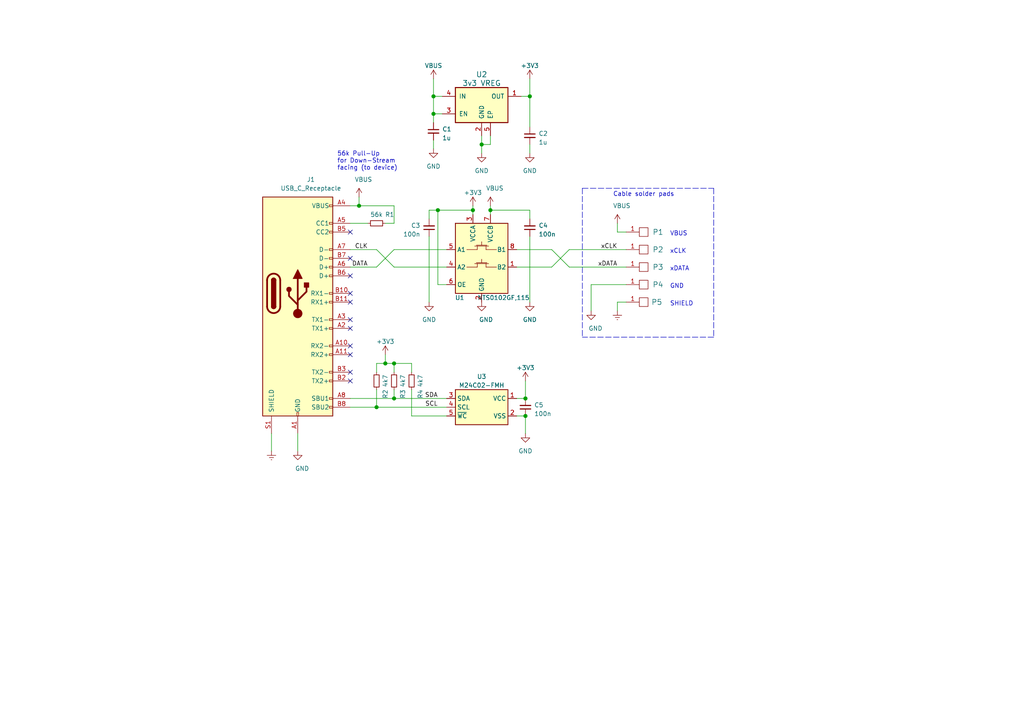
<source format=kicad_sch>
(kicad_sch (version 20230121) (generator eeschema)
  (paper "A4")
  (title_block (title "USB-C LevelShifter Paddle Card") (rev "R1") (company "1BitSquared") (comment 1 "(C) 2021 1BitSquared <info@1bitsquared.com>") (comment 2 "(C) 2021 Piotr Esden-Tempski <piotr@esden.net>") (comment 3 "License: CC-BY-SA 4.0"))
  (lib_symbols
    (symbol "Connector:USB_C_Receptacle" (pin_names (offset 1.016))
      (property "Reference" "J" (at -10.16 29.21 0))
      (property "Value" "USB_C_Receptacle" (at 10.16 29.21 0))
      (symbol "USB_C_Receptacle_0_0"
        (rectangle (start -0.254 -35.56) (end 0.254 -34.544))
        (rectangle (start 10.16 -32.766) (end 9.144 -33.274))
        (rectangle (start 10.16 -30.226) (end 9.144 -30.734))
        (rectangle (start 10.16 -25.146) (end 9.144 -25.654))
        (rectangle (start 10.16 -22.606) (end 9.144 -23.114))
        (rectangle (start 10.16 -17.526) (end 9.144 -18.034))
        (rectangle (start 10.16 -14.986) (end 9.144 -15.494))
        (rectangle (start 10.16 -9.906) (end 9.144 -10.414))
        (rectangle (start 10.16 -7.366) (end 9.144 -7.874))
        (rectangle (start 10.16 -2.286) (end 9.144 -2.794))
        (rectangle (start 10.16 0.254) (end 9.144 -0.254))
        (rectangle (start 10.16 5.334) (end 9.144 4.826))
        (rectangle (start 10.16 7.874) (end 9.144 7.366))
        (rectangle (start 10.16 10.414) (end 9.144 9.906))
        (rectangle (start 10.16 12.954) (end 9.144 12.446))
        (rectangle (start 10.16 18.034) (end 9.144 17.526))
        (rectangle (start 10.16 20.574) (end 9.144 20.066))
        (rectangle (start 10.16 25.654) (end 9.144 25.146))
      )
      (symbol "USB_C_Receptacle_0_1"
        (rectangle (start -10.16 27.94) (end 10.16 -35.56) (stroke (width 0.254)) (fill (type background)))
        (arc (start -8.89 -3.81) (mid -6.985 -5.7067) (end -5.08 -3.81) (stroke (width 0.508)))
        (arc (start -7.62 -3.81) (mid -6.985 -4.4423) (end -6.35 -3.81) (stroke (width 0.254)))
        (arc (start -7.62 -3.81) (mid -6.985 -4.4423) (end -6.35 -3.81) (stroke (width 0.254)) (fill (type outline)))
        (rectangle (start -7.62 -3.81) (end -6.35 3.81) (stroke (width 0.254)) (fill (type outline)))
        (arc (start -6.35 3.81) (mid -6.985 4.4423) (end -7.62 3.81) (stroke (width 0.254)))
        (arc (start -6.35 3.81) (mid -6.985 4.4423) (end -7.62 3.81) (stroke (width 0.254)) (fill (type outline)))
        (arc (start -5.08 3.81) (mid -6.985 5.7067) (end -8.89 3.81) (stroke (width 0.508)))
        (polyline (pts (xy -8.89 -3.81) (xy -8.89 3.81)) (stroke (width 0.508)))
        (polyline (pts (xy -5.08 3.81) (xy -5.08 -3.81)) (stroke (width 0.508)))
      )
      (symbol "USB_C_Receptacle_1_1"
        (circle (center -2.54 1.143) (radius 0.635) (stroke (width 0.254)) (fill (type outline)))
        (circle (center 0 -5.842) (radius 1.27) (fill (type outline)))
        (polyline (pts (xy 0 -5.842) (xy 0 4.318)) (stroke (width 0.508)))
        (polyline (pts (xy 0 -3.302) (xy -2.54 -0.762) (xy -2.54 0.508)) (stroke (width 0.508)))
        (polyline (pts (xy 0 -2.032) (xy 2.54 0.508) (xy 2.54 1.778)) (stroke (width 0.508)))
        (polyline (pts (xy -1.27 4.318) (xy 0 6.858) (xy 1.27 4.318) (xy -1.27 4.318)) (stroke (width 0.254)) (fill (type outline)))
        (rectangle (start 1.905 1.778) (end 3.175 3.048) (stroke (width 0.254)) (fill (type outline)))
        (pin passive line (at 0 -40.64 90) (length 5.08) (name "GND") (number "A1"))
        (pin bidirectional line (at 15.24 -15.24 180) (length 5.08) (name "RX2-") (number "A10"))
        (pin bidirectional line (at 15.24 -17.78 180) (length 5.08) (name "RX2+") (number "A11"))
        (pin passive line (at 0 -40.64 90) (length 5.08) hide (name "GND") (number "A12"))
        (pin bidirectional line (at 15.24 -10.16 180) (length 5.08) (name "TX1+") (number "A2"))
        (pin bidirectional line (at 15.24 -7.62 180) (length 5.08) (name "TX1-") (number "A3"))
        (pin passive line (at 15.24 25.4 180) (length 5.08) (name "VBUS") (number "A4"))
        (pin bidirectional line (at 15.24 20.32 180) (length 5.08) (name "CC1") (number "A5"))
        (pin bidirectional line (at 15.24 7.62 180) (length 5.08) (name "D+") (number "A6"))
        (pin bidirectional line (at 15.24 12.7 180) (length 5.08) (name "D-") (number "A7"))
        (pin bidirectional line (at 15.24 -30.48 180) (length 5.08) (name "SBU1") (number "A8"))
        (pin passive line (at 15.24 25.4 180) (length 5.08) hide (name "VBUS") (number "A9"))
        (pin passive line (at 0 -40.64 90) (length 5.08) hide (name "GND") (number "B1"))
        (pin bidirectional line (at 15.24 0 180) (length 5.08) (name "RX1-") (number "B10"))
        (pin bidirectional line (at 15.24 -2.54 180) (length 5.08) (name "RX1+") (number "B11"))
        (pin passive line (at 0 -40.64 90) (length 5.08) hide (name "GND") (number "B12"))
        (pin bidirectional line (at 15.24 -25.4 180) (length 5.08) (name "TX2+") (number "B2"))
        (pin bidirectional line (at 15.24 -22.86 180) (length 5.08) (name "TX2-") (number "B3"))
        (pin passive line (at 15.24 25.4 180) (length 5.08) hide (name "VBUS") (number "B4"))
        (pin bidirectional line (at 15.24 17.78 180) (length 5.08) (name "CC2") (number "B5"))
        (pin bidirectional line (at 15.24 5.08 180) (length 5.08) (name "D+") (number "B6"))
        (pin bidirectional line (at 15.24 10.16 180) (length 5.08) (name "D-") (number "B7"))
        (pin bidirectional line (at 15.24 -33.02 180) (length 5.08) (name "SBU2") (number "B8"))
        (pin passive line (at 15.24 25.4 180) (length 5.08) hide (name "VBUS") (number "B9"))
        (pin passive line (at -7.62 -40.64 90) (length 5.08) (name "SHIELD") (number "S1"))
      )
    )
    (symbol "Logic_LevelTranslator:TXS0102DCU"
      (property "Reference" "U" (at -6.35 11.43 0))
      (property "Value" "TXS0102DCU" (at 3.81 11.43 0))
      (symbol "TXS0102DCU_0_1"
        (rectangle (start -7.62 10.16) (end 7.62 -10.16) (stroke (width 0.254)) (fill (type background)))
        (polyline (pts (xy -4.318 -2.54) (xy -1.27 -2.54)))
        (polyline (pts (xy -2.032 -1.524) (xy 2.032 -1.524)))
        (polyline (pts (xy -1.524 -1.27) (xy 1.524 -1.27)))
        (polyline (pts (xy -1.27 -2.54) (xy -1.27 -1.524)))
        (polyline (pts (xy 0 -1.27) (xy 0 -0.254)))
        (polyline (pts (xy 1.27 -2.54) (xy 1.27 -1.524)))
        (polyline (pts (xy 4.318 -2.54) (xy 1.27 -2.54)))
      )
      (symbol "TXS0102DCU_1_1"
        (polyline (pts (xy -4.318 2.54) (xy -1.27 2.54)))
        (polyline (pts (xy -2.032 3.556) (xy 2.032 3.556)))
        (polyline (pts (xy -1.524 3.81) (xy 1.524 3.81)))
        (polyline (pts (xy -1.27 2.54) (xy -1.27 3.556)))
        (polyline (pts (xy 0 3.81) (xy 0 4.826)))
        (polyline (pts (xy 1.27 2.54) (xy 1.27 3.556)))
        (polyline (pts (xy 4.318 2.54) (xy 1.27 2.54)))
        (pin bidirectional line (at 10.16 -2.54 180) (length 2.54) (name "B2") (number "1"))
        (pin power_in line (at 0 -12.7 90) (length 2.54) (name "GND") (number "2"))
        (pin power_in line (at -2.54 12.7 270) (length 2.54) (name "VCCA") (number "3"))
        (pin bidirectional line (at -10.16 -2.54 0) (length 2.54) (name "A2") (number "4"))
        (pin bidirectional line (at -10.16 2.54 0) (length 2.54) (name "A1") (number "5"))
        (pin input line (at -10.16 -7.62 0) (length 2.54) (name "OE") (number "6"))
        (pin power_in line (at 2.54 12.7 270) (length 2.54) (name "VCCB") (number "7"))
        (pin bidirectional line (at 10.16 2.54 180) (length 2.54) (name "B1") (number "8"))
      )
    )
    (symbol "pkl_device:NCP167" (pin_names (offset 1.016))
      (property "Reference" "U" (at 0 11.43 0))
      (property "Value" "NCP167" (at 0 8.89 0))
      (symbol "NCP167_0_1"
        (rectangle (start -7.62 5.08) (end 7.62 -5.08) (stroke (width 0.3048)) (fill (type background)))
      )
      (symbol "NCP167_1_1"
        (pin power_out line (at 11.43 2.54 180) (length 3.81) (name "OUT") (number "1"))
        (pin power_in line (at 0 -8.89 90) (length 3.81) (name "GND") (number "2"))
        (pin input line (at -11.43 -2.54 0) (length 3.81) (name "EN") (number "3"))
        (pin power_in line (at -11.43 2.54 0) (length 3.81) (name "IN") (number "4"))
        (pin power_in line (at 2.54 -8.89 90) (length 3.81) (name "EP") (number "5"))
      )
    )
    (symbol "pkl_device:pkl_C_Small" (pin_numbers hide) (pin_names (offset 0.254) hide)
      (property "Reference" "C" (at 0.254 1.778 0))
      (property "Value" "pkl_C_Small" (at 0.254 -2.032 0))
      (symbol "pkl_C_Small_0_1"
        (polyline (pts (xy -1.524 -0.508) (xy 1.524 -0.508)) (stroke (width 0.3302)))
        (polyline (pts (xy -1.524 0.508) (xy 1.524 0.508)) (stroke (width 0.3048)))
      )
      (symbol "pkl_C_Small_1_1"
        (pin passive line (at 0 2.54 270) (length 1.905) (name "~") (number "1"))
        (pin passive line (at 0 -2.54 90) (length 2.032) (name "~") (number "2"))
      )
    )
    (symbol "pkl_device:pkl_R_Small" (pin_numbers hide) (pin_names (offset 0.254) hide)
      (property "Reference" "R" (at 0.762 0.508 0))
      (property "Value" "pkl_R_Small" (at 0.762 -1.016 0))
      (symbol "pkl_R_Small_0_1"
        (rectangle (start -0.762 1.778) (end 0.762 -1.778) (stroke (width 0.2032)))
      )
      (symbol "pkl_R_Small_1_1"
        (pin passive line (at 0 2.54 270) (length 0.762) (name "~") (number "1"))
        (pin passive line (at 0 -2.54 90) (length 0.762) (name "~") (number "2"))
      )
    )
    (symbol "pkl_memory:M24C02-FMH"
      (property "Reference" "U" (at -6.35 6.35 0))
      (property "Value" "M24C02-FMH" (at 7.62 6.35 0))
      (symbol "M24C02-FMH_0_1"
        (rectangle (start -7.62 5.08) (end 7.62 -5.08) (stroke (width 0.254)) (fill (type background)))
      )
      (symbol "M24C02-FMH_1_1"
        (pin power_in line (at -10.16 2.54 0) (length 2.54) (name "VCC") (number "1"))
        (pin power_in line (at -10.16 -2.54 0) (length 2.54) (name "VSS") (number "2"))
        (pin bidirectional line (at 10.16 2.54 180) (length 2.54) (name "SDA") (number "3"))
        (pin input line (at 10.16 0 180) (length 2.54) (name "SCL") (number "4"))
        (pin input line (at 10.16 -2.54 180) (length 2.54) (name "~{WC}") (number "5"))
      )
    )
    (symbol "pkl_misc:PAD_SMD" (pin_names (offset 1.016) hide)
      (property "Reference" "P" (at 0 -3.81 0))
      (property "Value" "PAD_SMD" (at 0 3.81 0))
      (symbol "PAD_SMD_0_1"
        (rectangle (start -1.27 1.27) (end 1.27 -1.27))
      )
      (symbol "PAD_SMD_1_1"
        (pin input line (at -5.08 0 0) (length 3.81) (name "PAD") (number "1"))
      )
    )
    (symbol "power:+3V3" (power) (pin_names (offset 0))
      (property "Value" "+3V3" (at 0 3.556 0))
      (symbol "+3V3_0_1"
        (polyline (pts (xy -0.762 1.27) (xy 0 2.54)))
        (polyline (pts (xy 0 0) (xy 0 2.54)))
        (polyline (pts (xy 0 2.54) (xy 0.762 1.27)))
      )
      (symbol "+3V3_1_1"
        (pin power_in line (at 0 0 90) (length 0) hide (name "+3V3") (number "1"))
      )
    )
    (symbol "power:Earth" (power) (pin_names (offset 0))
      (symbol "Earth_0_1"
        (polyline (pts (xy -0.635 -1.905) (xy 0.635 -1.905)))
        (polyline (pts (xy -0.127 -2.54) (xy 0.127 -2.54)))
        (polyline (pts (xy 0 -1.27) (xy 0 0)))
        (polyline (pts (xy 1.27 -1.27) (xy -1.27 -1.27)))
      )
      (symbol "Earth_1_1"
        (pin power_in line (at 0 0 270) (length 0) hide (name "Earth") (number "1"))
      )
    )
    (symbol "power:GND" (power) (pin_names (offset 0))
      (property "Value" "GND" (at 0 -3.81 0))
      (symbol "GND_0_1"
        (polyline (pts (xy 0 0) (xy 0 -1.27) (xy 1.27 -1.27) (xy 0 -2.54) (xy -1.27 -1.27) (xy 0 -1.27)))
      )
      (symbol "GND_1_1"
        (pin power_in line (at 0 0 270) (length 0) hide (name "GND") (number "1"))
      )
    )
    (symbol "power:VBUS" (power) (pin_names (offset 0))
      (property "Value" "VBUS" (at 0 3.81 0))
      (symbol "VBUS_0_1"
        (polyline (pts (xy -0.762 1.27) (xy 0 2.54)))
        (polyline (pts (xy 0 0) (xy 0 2.54)))
        (polyline (pts (xy 0 2.54) (xy 0.762 1.27)))
      )
      (symbol "VBUS_1_1"
        (pin power_in line (at 0 0 90) (length 0) hide (name "VBUS") (number "1"))
      )
    )
  )
  (junction (at 139.7 41.91) (diameter 1.016))
  (junction (at 114.3 115.57) (diameter 1.016))
  (junction (at 153.67 27.94) (diameter 1.016))
  (junction (at 137.16 60.96) (diameter 1.016))
  (junction (at 125.73 27.94) (diameter 1.016))
  (junction (at 104.14 59.69) (diameter 1.016))
  (junction (at 109.22 118.11) (diameter 1.016))
  (junction (at 114.3 105.41) (diameter 1.016))
  (junction (at 125.73 33.02) (diameter 1.016))
  (junction (at 152.4 115.57) (diameter 1.016))
  (junction (at 152.4 120.65) (diameter 1.016))
  (junction (at 127 60.96) (diameter 1.016))
  (junction (at 142.24 60.96) (diameter 1.016))
  (junction (at 111.76 105.41) (diameter 1.016))
  (no_connect (at 101.6 107.95))
  (no_connect (at 101.6 110.49))
  (no_connect (at 101.6 102.87))
  (no_connect (at 101.6 100.33))
  (no_connect (at 101.6 92.71))
  (no_connect (at 101.6 74.93))
  (no_connect (at 101.6 87.63))
  (no_connect (at 101.6 95.25))
  (no_connect (at 101.6 67.31))
  (no_connect (at 101.6 80.01))
  (no_connect (at 101.6 85.09))
  (wire (pts (xy 171.45 82.55) (xy 171.45 90.17)))
  (wire (pts (xy 125.73 33.02) (xy 125.73 27.94)))
  (wire (pts (xy 128.27 33.02) (xy 125.73 33.02)))
  (wire (pts (xy 149.86 77.47) (xy 160.02 77.47)))
  (wire (pts (xy 160.02 77.47) (xy 165.1 72.39)))
  (wire (pts (xy 165.1 72.39) (xy 181.61 72.39)))
  (wire (pts (xy 124.46 68.58) (xy 124.46 87.63)))
  (wire (pts (xy 109.22 105.41) (xy 109.22 107.95)))
  (wire (pts (xy 125.73 33.02) (xy 125.73 35.56)))
  (wire (pts (xy 171.45 82.55) (xy 181.61 82.55)))
  (wire (pts (xy 78.74 130.81) (xy 78.74 125.73)))
  (wire (pts (xy 119.38 105.41) (xy 114.3 105.41)))
  (wire (pts (xy 119.38 107.95) (xy 119.38 105.41)))
  (wire (pts (xy 101.6 64.77) (xy 106.68 64.77)))
  (wire (pts (xy 179.07 87.63) (xy 181.61 87.63)))
  (wire (pts (xy 153.67 41.91) (xy 153.67 44.45)))
  (wire (pts (xy 151.13 27.94) (xy 153.67 27.94)))
  (wire (pts (xy 153.67 22.86) (xy 153.67 27.94)))
  (polyline (pts (xy 168.91 54.61) (xy 207.01 54.61)) (stroke (width 0) (type dash)))
  (wire (pts (xy 137.16 59.69) (xy 137.16 60.96)))
  (wire (pts (xy 137.16 60.96) (xy 137.16 62.23)))
  (wire (pts (xy 125.73 22.86) (xy 125.73 27.94)))
  (wire (pts (xy 128.27 27.94) (xy 125.73 27.94)))
  (wire (pts (xy 101.6 77.47) (xy 109.22 77.47)))
  (wire (pts (xy 109.22 77.47) (xy 114.3 72.39)))
  (wire (pts (xy 114.3 72.39) (xy 129.54 72.39)))
  (wire (pts (xy 114.3 64.77) (xy 114.3 59.69)))
  (wire (pts (xy 111.76 102.87) (xy 111.76 105.41)))
  (wire (pts (xy 101.6 72.39) (xy 109.22 72.39)))
  (wire (pts (xy 109.22 72.39) (xy 114.3 77.47)))
  (wire (pts (xy 114.3 77.47) (xy 129.54 77.47)))
  (wire (pts (xy 153.67 60.96) (xy 142.24 60.96)))
  (wire (pts (xy 153.67 63.5) (xy 153.67 60.96)))
  (polyline (pts (xy 207.01 97.79) (xy 168.91 97.79)) (stroke (width 0) (type dash)))
  (wire (pts (xy 179.07 87.63) (xy 179.07 90.17)))
  (wire (pts (xy 139.7 39.37) (xy 139.7 41.91)))
  (wire (pts (xy 142.24 39.37) (xy 142.24 41.91)))
  (wire (pts (xy 142.24 41.91) (xy 139.7 41.91)))
  (wire (pts (xy 153.67 68.58) (xy 153.67 87.63)))
  (wire (pts (xy 153.67 27.94) (xy 153.67 36.83)))
  (wire (pts (xy 101.6 59.69) (xy 104.14 59.69)))
  (wire (pts (xy 179.07 67.31) (xy 179.07 64.77)))
  (wire (pts (xy 86.36 125.73) (xy 86.36 130.81)))
  (wire (pts (xy 114.3 113.03) (xy 114.3 115.57)))
  (polyline (pts (xy 168.91 54.61) (xy 168.91 97.79)) (stroke (width 0) (type dash)))
  (wire (pts (xy 124.46 60.96) (xy 127 60.96)))
  (wire (pts (xy 124.46 63.5) (xy 124.46 60.96)))
  (wire (pts (xy 142.24 59.69) (xy 142.24 60.96)))
  (wire (pts (xy 142.24 60.96) (xy 142.24 62.23)))
  (wire (pts (xy 119.38 113.03) (xy 119.38 120.65)))
  (wire (pts (xy 119.38 120.65) (xy 129.54 120.65)))
  (wire (pts (xy 149.86 120.65) (xy 152.4 120.65)))
  (wire (pts (xy 152.4 120.65) (xy 152.4 125.73)))
  (wire (pts (xy 139.7 41.91) (xy 139.7 44.45)))
  (wire (pts (xy 125.73 40.64) (xy 125.73 43.18)))
  (wire (pts (xy 109.22 105.41) (xy 111.76 105.41)))
  (wire (pts (xy 111.76 105.41) (xy 114.3 105.41)))
  (wire (pts (xy 114.3 107.95) (xy 114.3 105.41)))
  (wire (pts (xy 104.14 59.69) (xy 114.3 59.69)))
  (wire (pts (xy 181.61 67.31) (xy 179.07 67.31)))
  (wire (pts (xy 101.6 115.57) (xy 114.3 115.57)))
  (wire (pts (xy 114.3 115.57) (xy 129.54 115.57)))
  (wire (pts (xy 149.86 115.57) (xy 152.4 115.57)))
  (wire (pts (xy 152.4 110.49) (xy 152.4 115.57)))
  (polyline (pts (xy 207.01 54.61) (xy 207.01 97.79)) (stroke (width 0) (type dash)))
  (wire (pts (xy 111.76 64.77) (xy 114.3 64.77)))
  (wire (pts (xy 149.86 72.39) (xy 160.02 72.39)))
  (wire (pts (xy 160.02 72.39) (xy 165.1 77.47)))
  (wire (pts (xy 165.1 77.47) (xy 181.61 77.47)))
  (wire (pts (xy 127 60.96) (xy 137.16 60.96)))
  (wire (pts (xy 127 82.55) (xy 127 60.96)))
  (wire (pts (xy 129.54 82.55) (xy 127 82.55)))
  (wire (pts (xy 109.22 113.03) (xy 109.22 118.11)))
  (wire (pts (xy 104.14 59.69) (xy 104.14 57.15)))
  (wire (pts (xy 101.6 118.11) (xy 109.22 118.11)))
  (wire (pts (xy 109.22 118.11) (xy 129.54 118.11)))
  (text "VBUS" (at 194.31 68.58 0) (effects (font (size 1.27 1.27)) (justify left bottom)))
  (text "xCLK" (at 194.31 73.66 0) (effects (font (size 1.27 1.27)) (justify left bottom)))
  (text "Cable solder pads" (at 177.8 57.15 0) (effects (font (size 1.27 1.27)) (justify left bottom)))
  (text "xDATA" (at 194.31 78.74 0) (effects (font (size 1.27 1.27)) (justify left bottom)))
  (text "SHIELD" (at 194.31 88.9 0) (effects (font (size 1.27 1.27)) (justify left bottom)))
  (text "56k Pull-Up\nfor Down-Stream \nfacing (to device)" (at 97.79 49.53 0) (effects (font (size 1.27 1.27)) (justify left bottom)))
  (text "GND" (at 194.31 83.82 0) (effects (font (size 1.27 1.27)) (justify left bottom)))
  (label "SCL" (at 127 118.11 180))
  (label "DATA" (at 106.68 77.47 180))
  (label "SDA" (at 127 115.57 180))
  (label "CLK" (at 106.68 72.39 180))
  (label "xDATA" (at 179.07 77.47 180))
  (label "xCLK" (at 179.07 72.39 180))
  (symbol (lib_id "power:GND") (at 86.36 130.81 0) (unit 1)
    (property "Reference" "#PWR0102" (effects hide))
    (property "Value" "GND" (at 87.63 135.89 0))
  )
  (symbol (lib_id "pkl_device:pkl_R_Small") (at 109.22 110.49 0) (unit 1)
    (property "Reference" "R2" (at 111.76 114.3 90))
    (property "Value" "4k7" (at 111.76 110.49 90))
    (property "Footprint" "pkl_dipol:R_0201" (effects hide))
  )
  (symbol (lib_id "pkl_device:pkl_C_Small") (at 152.4 118.11 180) (unit 1)
    (property "Reference" "C5" (at 154.94 117.4749 0) (effects (justify right)))
    (property "Value" "100n" (at 154.94 120.0149 0) (effects (justify right)))
    (property "Footprint" "pkl_dipol:C_0201" (effects hide))
  )
  (symbol (lib_id "pkl_misc:PAD_SMD") (at 186.69 82.55 0) (unit 1)
    (property "Reference" "P4" (at 189.23 82.55 0) (effects (font (size 1.524 1.524)) (justify left)))
    (property "Value" "PAD_SMD" (effects hide))
    (property "Footprint" "pkl_pads:PAD_SMD_1.2x2.5" (effects hide))
  )
  (symbol (lib_id "pkl_misc:PAD_SMD") (at 186.69 67.31 0) (unit 1)
    (property "Reference" "P1" (at 189.23 67.31 0) (effects (font (size 1.524 1.524)) (justify left)))
    (property "Value" "PAD_SMD" (effects hide))
    (property "Footprint" "pkl_pads:PAD_SMD_1.2x2.5" (effects hide))
  )
  (symbol (lib_id "pkl_device:pkl_R_Small") (at 109.22 64.77 90) (unit 1)
    (property "Reference" "R1" (at 113.03 62.23 90))
    (property "Value" "56k" (at 109.22 62.23 90))
    (property "Footprint" "pkl_dipol:R_0201" (effects hide))
  )
  (symbol (lib_id "power:Earth") (at 179.07 90.17 0) (unit 1)
    (property "Reference" "#PWR0105" (effects hide))
    (property "Value" "Earth" (effects hide))
  )
  (symbol (lib_id "power:VBUS") (at 179.07 64.77 0) (unit 1)
    (property "Reference" "#PWR0104" (effects hide))
    (property "Value" "VBUS" (at 180.34 59.69 0))
  )
  (symbol (lib_id "power:GND") (at 139.7 44.45 0) (unit 1)
    (property "Reference" "#PWR0113" (effects hide))
    (property "Value" "GND" (at 139.7 49.53 0))
  )
  (symbol (lib_id "pkl_memory:M24C02-FMH") (at 139.7 118.11 0) (mirror y) (unit 1)
    (property "Reference" "U3" (at 139.7 109.22 0))
    (property "Value" "M24C02-FMH" (at 139.7 111.76 0))
    (property "Footprint" "pkl_housings_dfn_qfn:UFDFPN-5_1.7x1.4mm_P0.4mm" (effects hide))
    (property "Datasheet" "http://www.st.com/content/ccc/resource/technical/document/datasheet/b0/d8/50/40/5a/85/49/6f/DM00071904.pdf/files/DM00071904.pdf/jcr:content/translations/en.DM00071904.pdf" (effects hide))
  )
  (symbol (lib_id "power:+3V3") (at 153.67 22.86 0) (unit 1)
    (property "Reference" "#PWR0111" (effects hide))
    (property "Value" "+3V3" (at 153.67 19.05 0))
  )
  (symbol (lib_id "power:GND") (at 139.7 87.63 0) (unit 1)
    (property "Reference" "#PWR0109" (effects hide))
    (property "Value" "GND" (at 140.97 92.71 0))
  )
  (symbol (lib_id "pkl_device:NCP167") (at 139.7 30.48 0) (unit 1)
    (property "Reference" "U2" (at 139.7 21.59 0) (effects (font (size 1.524 1.524))))
    (property "Value" "3v3 VREG" (at 139.7 24.13 0) (effects (font (size 1.524 1.524))))
    (property "Footprint" "Package_SON:Texas_X2SON-4_1x1mm_P0.65mm" (effects hide))
    (property "Datasheet" "http://www.onsemi.com/pub/Collateral/NCP167-D.PDF" (effects hide))
  )
  (symbol (lib_id "pkl_device:pkl_C_Small") (at 125.73 38.1 0) (unit 1)
    (property "Reference" "C1" (at 128.27 37.4649 0) (effects (justify left)))
    (property "Value" "1u" (at 128.27 40.0049 0) (effects (justify left)))
    (property "Footprint" "pkl_dipol:C_0201" (effects hide))
  )
  (symbol (lib_id "pkl_device:pkl_R_Small") (at 114.3 110.49 0) (unit 1)
    (property "Reference" "R3" (at 116.84 114.3 90))
    (property "Value" "4k7" (at 116.84 110.49 90))
    (property "Footprint" "pkl_dipol:R_0201" (effects hide))
  )
  (symbol (lib_id "power:VBUS") (at 142.24 59.69 0) (unit 1)
    (property "Reference" "#PWR0108" (effects hide))
    (property "Value" "VBUS" (at 143.51 54.61 0))
  )
  (symbol (lib_id "pkl_device:pkl_C_Small") (at 153.67 39.37 0) (unit 1)
    (property "Reference" "C2" (at 156.21 38.7349 0) (effects (justify left)))
    (property "Value" "1u" (at 156.21 41.2749 0) (effects (justify left)))
    (property "Footprint" "pkl_dipol:C_0201" (effects hide))
  )
  (symbol (lib_id "pkl_misc:PAD_SMD") (at 186.69 77.47 0) (unit 1)
    (property "Reference" "P3" (at 189.23 77.47 0) (effects (font (size 1.524 1.524)) (justify left)))
    (property "Value" "PAD_SMD" (effects hide))
    (property "Footprint" "pkl_pads:PAD_SMD_1.2x2.5" (effects hide))
  )
  (symbol (lib_id "power:+3V3") (at 137.16 59.69 0) (unit 1)
    (property "Reference" "#PWR0107" (effects hide))
    (property "Value" "+3V3" (at 137.16 55.88 0))
  )
  (symbol (lib_id "power:GND") (at 125.73 43.18 0) (unit 1)
    (property "Reference" "#PWR0114" (effects hide))
    (property "Value" "GND" (at 125.73 48.26 0))
  )
  (symbol (lib_id "power:+3V3") (at 152.4 110.49 0) (unit 1)
    (property "Reference" "#PWR0116" (effects hide))
    (property "Value" "+3V3" (at 152.4 106.68 0))
  )
  (symbol (lib_id "power:GND") (at 152.4 125.73 0) (unit 1)
    (property "Reference" "#PWR0117" (effects hide))
    (property "Value" "GND" (at 152.4 130.81 0))
  )
  (symbol (lib_id "Connector:USB_C_Receptacle") (at 86.36 85.09 0) (unit 1)
    (property "Reference" "J1" (at 90.17 52.07 0))
    (property "Value" "USB_C_Receptacle" (at 90.17 54.61 0))
    (property "Footprint" "pkl_connectors:USB_C_Plug_CNC_C-AW10-AK5V50" (effects hide))
    (property "Datasheet" "https://www.usb.org/sites/default/files/documents/usb_type-c.zip" (effects hide))
  )
  (symbol (lib_id "power:Earth") (at 78.74 130.81 0) (unit 1)
    (property "Reference" "#PWR0101" (effects hide))
    (property "Value" "Earth" (effects hide))
  )
  (symbol (lib_id "power:VBUS") (at 125.73 22.86 0) (unit 1)
    (property "Reference" "#PWR0112" (effects hide))
    (property "Value" "VBUS" (at 125.73 19.05 0))
  )
  (symbol (lib_id "pkl_misc:PAD_SMD") (at 186.69 72.39 0) (unit 1)
    (property "Reference" "P2" (at 189.23 72.39 0) (effects (font (size 1.524 1.524)) (justify left)))
    (property "Value" "PAD_SMD" (effects hide))
    (property "Footprint" "pkl_pads:PAD_SMD_1.2x2.5" (effects hide))
  )
  (symbol (lib_id "power:GND") (at 153.67 87.63 0) (unit 1)
    (property "Reference" "#PWR0118" (effects hide))
    (property "Value" "GND" (at 153.67 92.71 0))
  )
  (symbol (lib_id "power:GND") (at 124.46 87.63 0) (unit 1)
    (property "Reference" "#PWR0115" (effects hide))
    (property "Value" "GND" (at 124.46 92.71 0))
  )
  (symbol (lib_id "pkl_device:pkl_R_Small") (at 119.38 110.49 0) (unit 1)
    (property "Reference" "R4" (at 121.92 114.3 90))
    (property "Value" "4k7" (at 121.92 110.49 90))
    (property "Footprint" "pkl_dipol:R_0201" (effects hide))
  )
  (symbol (lib_id "power:GND") (at 171.45 90.17 0) (unit 1)
    (property "Reference" "#PWR0106" (effects hide))
    (property "Value" "GND" (at 172.72 95.25 0))
  )
  (symbol (lib_id "power:+3V3") (at 111.76 102.87 0) (unit 1)
    (property "Reference" "#PWR0119" (effects hide))
    (property "Value" "+3V3" (at 111.76 99.06 0))
  )
  (symbol (lib_id "pkl_device:pkl_C_Small") (at 153.67 66.04 180) (unit 1)
    (property "Reference" "C4" (at 156.21 65.4049 0) (effects (justify right)))
    (property "Value" "100n" (at 156.21 67.9449 0) (effects (justify right)))
    (property "Footprint" "pkl_dipol:C_0201" (effects hide))
  )
  (symbol (lib_id "Logic_LevelTranslator:TXS0102DCU") (at 139.7 74.93 0) (unit 1)
    (property "Reference" "U1" (at 133.35 86.36 0))
    (property "Value" "NTS0102GF,115" (at 146.05 86.36 0))
    (property "Footprint" "Package_SON:X2SON-8_1.4x1mm_P0.35mm" (effects hide))
    (property "Datasheet" "https://www.nxp.com/docs/en/data-sheet/NTS0102.pdf" (effects hide))
  )
  (symbol (lib_id "pkl_misc:PAD_SMD") (at 186.69 87.63 0) (unit 1)
    (property "Reference" "P5" (at 190.5 87.63 0) (effects (font (size 1.524 1.524))))
    (property "Value" "PAD_SMD" (effects hide))
    (property "Footprint" "pkl_pads:PAD_SMD_1.2x2.5" (effects hide))
  )
  (symbol (lib_id "power:GND") (at 153.67 44.45 0) (unit 1)
    (property "Reference" "#PWR0110" (effects hide))
    (property "Value" "GND" (at 153.67 49.53 0))
  )
  (symbol (lib_id "pkl_device:pkl_C_Small") (at 124.46 66.04 180) (unit 1)
    (property "Reference" "C3" (at 121.92 65.4049 0) (effects (justify left)))
    (property "Value" "100n" (at 121.92 67.9449 0) (effects (justify left)))
    (property "Footprint" "pkl_dipol:C_0201" (effects hide))
  )
  (symbol (lib_id "power:VBUS") (at 104.14 57.15 0) (unit 1)
    (property "Reference" "#PWR0103" (effects hide))
    (property "Value" "VBUS" (at 105.41 52.07 0))
  )
)
</source>
